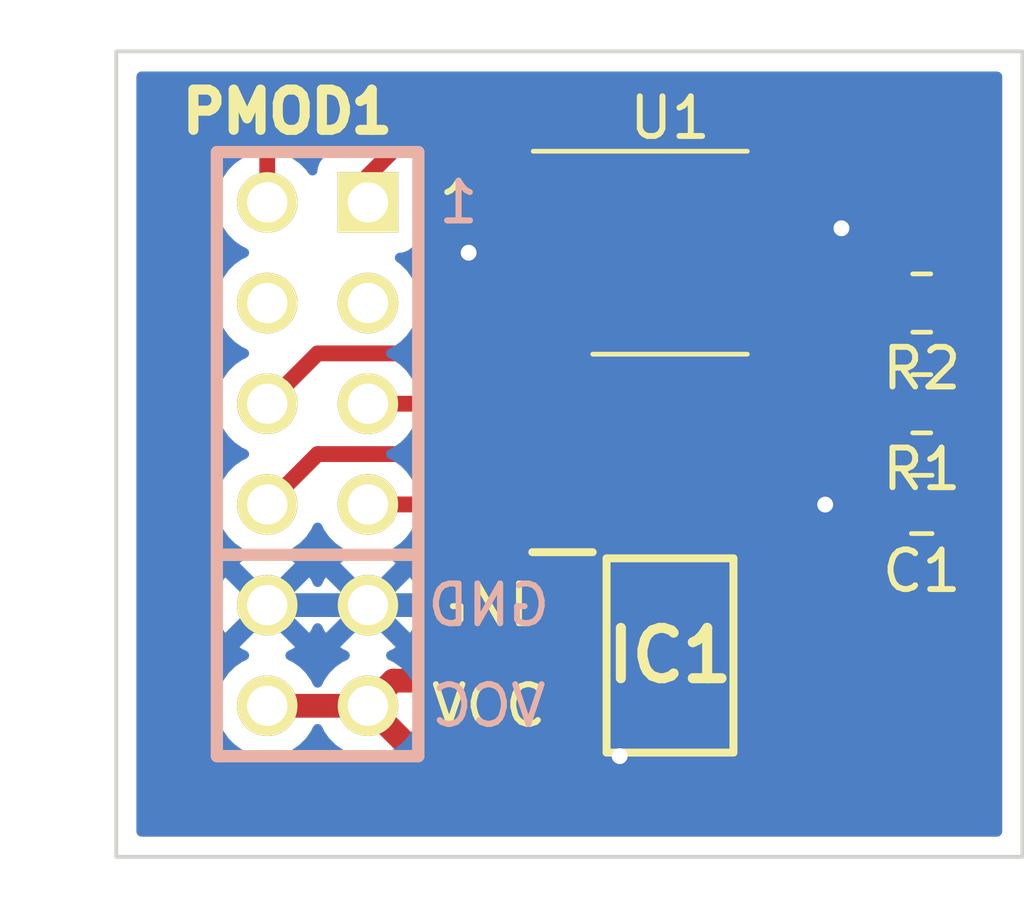
<source format=kicad_pcb>
(kicad_pcb (version 20211014) (generator pcbnew)
  (layers (0 "F.Cu" signal) (31 "B.Cu" signal) (34 "B.Paste" user) (35 "F.Paste" user) (36 "B.SilkS" user "B.Silkscreen") (37 "F.SilkS" user "F.Silkscreen") (38 "B.Mask" user) (39 "F.Mask" user) (44 "Edge.Cuts" user))
  (net 0 "")
  (net 4 "GND")
  (net 5 "+3V3")
  (net 6 "/~{CS}")
  (net 7 "/MISO")
  (net 8 "/MOSI")
  (net 9 "/SCLK")
  (net 10 "/SDA")
  (net 11 "/SCL")
  (footprint "pmod-conn_6x2:pmod_pin_array_6x2" (layer "F.Cu") (at 101.6 106.68)
    (fp_text reference "PMOD1" (at -0.762 -8.636) (layer "F.SilkS") (effects (font (size 1.016 1.016) (thickness 0.254))))
    (fp_text value "PMOD-Device-x2-Type-1A-GPIO" hide)
    (fp_text user "VCC" (at 4.318 6.35) (layer "B.SilkS") (effects (justify mirror)))
    (fp_text user "1" (at 3.556 -6.35) (layer "B.SilkS") (effects (justify mirror)))
    (fp_text user "GND" (at 4.318 3.81) (layer "B.SilkS") (effects (justify mirror)))
    (fp_text user "VCC" (at 4.318 6.35) (layer "F.SilkS"))
    (fp_text user "GND" (at 4.318 3.81) (layer "F.SilkS"))
    (fp_text user "1" (at 3.556 -6.35) (layer "F.SilkS"))
    (fp_line (start -2.54 -7.62) (end -2.54 7.62) (layer "B.SilkS") (width 0.3048))
    (fp_line (start 2.54 2.54) (end -2.54 2.54) (layer "B.SilkS") (width 0.3048))
    (fp_line (start 2.54 -7.62) (end -2.54 -7.62) (layer "B.SilkS") (width 0.3048))
    (fp_line (start -2.54 7.62) (end 2.54 7.62) (layer "B.SilkS") (width 0.3048))
    (fp_line (start 2.54 7.62) (end 2.54 -7.62) (layer "B.SilkS") (width 0.3048))
    (fp_line (start 2.54 7.62) (end 2.54 -7.62) (layer "F.SilkS") (width 0.3048))
    (fp_line (start -2.54 7.62) (end 2.54 7.62) (layer "F.SilkS") (width 0.3048))
    (fp_line (start -2.54 -7.62) (end -2.54 7.62) (layer "F.SilkS") (width 0.3048))
    (fp_line (start 2.54 2.54) (end -2.54 2.54) (layer "F.SilkS") (width 0.3048))
    (fp_line (start 2.54 -7.62) (end -2.54 -7.62) (layer "F.SilkS") (width 0.3048))
    (pad "1" thru_hole rect locked (at 1.27 -6.35) (size 1.524 1.524) (drill 1.016) (layers *.Cu *.Mask "F.SilkS") (net 10 "/SDA"))
    (pad "2" thru_hole circle locked (at 1.27 -3.81 270) (size 1.524 1.524) (drill 1.016) (layers *.Cu *.Mask "F.SilkS"))
    (pad "3" thru_hole circle locked (at 1.27 -1.27 270) (size 1.524 1.524) (drill 1.016) (layers *.Cu *.Mask "F.SilkS") (net 8 "/MOSI"))
    (pad "4" thru_hole circle locked (at 1.27 1.27 270) (size 1.524 1.524) (drill 1.016) (layers *.Cu *.Mask "F.SilkS") (net 7 "/MISO"))
    (pad "5" thru_hole circle locked (at 1.27 3.81 270) (size 1.524 1.524) (drill 1.016) (layers *.Cu *.Mask "F.SilkS") (net 4 "GND"))
    (pad "6" thru_hole circle locked (at 1.27 6.35 270) (size 1.524 1.524) (drill 1.016) (layers *.Cu *.Mask "F.SilkS") (net 5 "+3V3"))
    (pad "7" thru_hole circle locked (at -1.27 -6.35 270) (size 1.524 1.524) (drill 1.016) (layers *.Cu *.Mask "F.SilkS") (net 11 "/SCL"))
    (pad "8" thru_hole circle locked (at -1.27 -3.81 270) (size 1.524 1.524) (drill 1.016) (layers *.Cu *.Mask "F.SilkS"))
    (pad "9" thru_hole circle locked (at -1.27 -1.27 270) (size 1.524 1.524) (drill 1.016) (layers *.Cu *.Mask "F.SilkS") (net 9 "/SCLK"))
    (pad "10" thru_hole circle locked (at -1.27 1.27 270) (size 1.524 1.524) (drill 1.016) (layers *.Cu *.Mask "F.SilkS") (net 6 "/~{CS}"))
    (pad "11" thru_hole circle locked (at -1.27 3.81 270) (size 1.524 1.524) (drill 1.016) (layers *.Cu *.Mask "F.SilkS") (net 4 "GND"))
    (pad "12" thru_hole circle locked (at -1.27 6.35 270) (size 1.524 1.524) (drill 1.016) (layers *.Cu *.Mask "F.SilkS") (net 5 "+3V3"))
  )
  (footprint "Resistor_SMD:R_0805_2012Metric" (layer "F.Cu") (at 116.84 102.87 180)
    (fp_text reference "R2" (at 0 -1.65) (layer "F.SilkS"))
    (fp_text value "1K")
    (fp_line (start -0.227064 -0.735) (end 0.227064 -0.735) (layer "F.SilkS") (width 0.12))
    (fp_line (start -0.227064 0.735) (end 0.227064 0.735) (layer "F.SilkS") (width 0.12))
    (pad "1" smd roundrect (at -0.9125 0 180) (size 1.025 1.4) (layers "F.Cu" "F.Paste" "F.Mask") (roundrect_rratio 0.243902439) (net 5 "+3V3"))
    (pad "2" smd roundrect (at 0.9125 0 180) (size 1.025 1.4) (layers "F.Cu" "F.Paste" "F.Mask") (roundrect_rratio 0.243902439) (net 11 "/SCL"))
  )
  (footprint "Capacitor_SMD:C_0805_2012Metric" (layer "F.Cu") (at 116.84 107.95 180)
    (fp_text reference "C1" (at 0 -1.68) (layer "F.SilkS"))
    (fp_text value "C")
    (fp_line (start -0.261252 -0.735) (end 0.261252 -0.735) (layer "F.SilkS") (width 0.12))
    (fp_line (start -0.261252 0.735) (end 0.261252 0.735) (layer "F.SilkS") (width 0.12))
    (pad "1" smd roundrect (at -0.95 0 180) (size 1 1.45) (layers "F.Cu" "F.Paste" "F.Mask") (net 5 "+3V3"))
    (pad "2" smd roundrect (at 0.95 0 180) (size 1 1.45) (layers "F.Cu" "F.Paste" "F.Mask") (net 4 "GND"))
  )
  (footprint "Resistor_SMD:R_0805_2012Metric" (layer "F.Cu") (at 116.84 105.41 180)
    (fp_text reference "R1" (at 0 -1.65) (layer "F.SilkS"))
    (fp_text value "1K")
    (fp_line (start -0.227064 -0.735) (end 0.227064 -0.735) (layer "F.SilkS") (width 0.12))
    (fp_line (start -0.227064 0.735) (end 0.227064 0.735) (layer "F.SilkS") (width 0.12))
    (pad "1" smd roundrect (at -0.9125 0 180) (size 1.025 1.4) (layers "F.Cu" "F.Paste" "F.Mask") (roundrect_rratio 0.243902439) (net 5 "+3V3"))
    (pad "2" smd roundrect (at 0.9125 0 180) (size 1.025 1.4) (layers "F.Cu" "F.Paste" "F.Mask") (roundrect_rratio 0.243902439) (net 10 "/SDA"))
  )
  (footprint "Package_SO:SOIC-8_3.9x4.9mm_P1.27mm" (layer "F.Cu") (at 110.49 101.6)
    (fp_text reference "U1" (at 0 -3.4) (layer "F.SilkS"))
    (fp_text value "CAT24M01W")
    (fp_line (start 0 -2.56) (end 1.95 -2.56) (layer "F.SilkS") (width 0.12))
    (fp_line (start 0 -2.56) (end -3.45 -2.56) (layer "F.SilkS") (width 0.12))
    (fp_line (start 0 2.56) (end -1.95 2.56) (layer "F.SilkS") (width 0.12))
    (fp_line (start 0 2.56) (end 1.95 2.56) (layer "F.SilkS") (width 0.12))
    (pad "1" smd roundrect (at -2.475 -1.905) (size 1.95 0.6) (layers "F.Cu" "F.Paste" "F.Mask"))
    (pad "2" smd roundrect (at -2.475 -0.635) (size 1.95 0.6) (layers "F.Cu" "F.Paste" "F.Mask") (net 4 "GND"))
    (pad "3" smd roundrect (at -2.475 0.635) (size 1.95 0.6) (layers "F.Cu" "F.Paste" "F.Mask") (net 5 "+3V3"))
    (pad "4" smd roundrect (at -2.475 1.905) (size 1.95 0.6) (layers "F.Cu" "F.Paste" "F.Mask") (net 4 "GND"))
    (pad "5" smd roundrect (at 2.475 1.905) (size 1.95 0.6) (layers "F.Cu" "F.Paste" "F.Mask") (net 10 "/SDA"))
    (pad "6" smd roundrect (at 2.475 0.635) (size 1.95 0.6) (layers "F.Cu" "F.Paste" "F.Mask") (net 11 "/SCL"))
    (pad "7" smd roundrect (at 2.475 -0.635) (size 1.95 0.6) (layers "F.Cu" "F.Paste" "F.Mask") (net 4 "GND"))
    (pad "8" smd roundrect (at 2.475 -1.905) (size 1.95 0.6) (layers "F.Cu" "F.Paste" "F.Mask") (net 5 "+3V3"))
  )
  (footprint "SamacSys_Parts:SOIC127P600X175-8N" (layer "F.Cu") (at 110.49 111.76)
    (fp_text reference "IC1" (at 0 0) (layer "F.SilkS") (effects (font (size 1.27 1.27) (thickness 0.254))))
    (fp_text value "W25Q16JVSNIQ" hide)
    (fp_line (start 1.6 -2.45) (end 1.6 2.45) (layer "F.SilkS") (width 0.2))
    (fp_line (start 1.6 2.45) (end -1.6 2.45) (layer "F.SilkS") (width 0.2))
    (fp_line (start -3.475 -2.605) (end -1.95 -2.605) (layer "F.SilkS") (width 0.2))
    (fp_line (start -1.6 2.45) (end -1.6 -2.45) (layer "F.SilkS") (width 0.2))
    (fp_line (start -1.6 -2.45) (end 1.6 -2.45) (layer "F.SilkS") (width 0.2))
    (pad "1" smd rect locked (at -2.712 -1.905 90) (size 0.7 1.525) (layers "F.Cu" "F.Paste" "F.Mask") (net 6 "/~{CS}"))
    (pad "2" smd rect locked (at -2.712 -0.635 90) (size 0.7 1.525) (layers "F.Cu" "F.Paste" "F.Mask") (net 7 "/MISO"))
    (pad "3" smd rect locked (at -2.712 0.635 90) (size 0.7 1.525) (layers "F.Cu" "F.Paste" "F.Mask") (net 5 "+3V3"))
    (pad "4" smd rect locked (at -2.712 1.905 90) (size 0.7 1.525) (layers "F.Cu" "F.Paste" "F.Mask") (net 4 "GND"))
    (pad "5" smd rect locked (at 2.712 1.905 90) (size 0.7 1.525) (layers "F.Cu" "F.Paste" "F.Mask") (net 8 "/MOSI"))
    (pad "6" smd rect locked (at 2.712 0.635 90) (size 0.7 1.525) (layers "F.Cu" "F.Paste" "F.Mask") (net 9 "/SCLK"))
    (pad "7" smd rect locked (at 2.712 -0.635 90) (size 0.7 1.525) (layers "F.Cu" "F.Paste" "F.Mask") (net 5 "+3V3"))
    (pad "8" smd rect locked (at 2.712 -1.905 90) (size 0.7 1.525) (layers "F.Cu" "F.Paste" "F.Mask") (net 5 "+3V3"))
  )
  (gr_rect (start 96.52 96.52) (end 119.38 116.84) (layer "Edge.Cuts") (width 0.1) (fill none))
  (segment (start 107.778 113.665) (end 108.585 113.665) (width 0.6) (layer "F.Cu") (net 4))
  (segment (start 106.045 100.965) (end 108.015 100.965) (width 0.4) (layer "F.Cu") (net 4))
  (segment (start 114.795685 100.965) (end 112.965 100.965) (width 0.6) (layer "F.Cu") (net 4))
  (segment (start 105.41 102.87) (end 106.045 103.505) (width 0.4) (layer "F.Cu") (net 4))
  (segment (start 105.41 101.6) (end 106.045 100.965) (width 0.4) (layer "F.Cu") (net 4))
  (segment (start 108.585 113.665) (end 109.22 114.3) (width 0.6) (layer "F.Cu") (net 4))
  (segment (start 106.045 103.505) (end 108.015 103.505) (width 0.4) (layer "F.Cu") (net 4))
  (segment (start 114.814398 100.983713) (end 114.795685 100.965) (width 0.6) (layer "F.Cu") (net 4))
  (segment (start 115.89 107.95) (end 114.408616 107.95) (width 0.6) (layer "F.Cu") (net 4))
  (segment (start 105.41 101.6) (end 105.41 102.87) (width 0.4) (layer "F.Cu") (net 4))
  (segment (start 114.408616 107.95) (end 114.404366 107.95425) (width 0.6) (layer "F.Cu") (net 4))
  (via (at 109.22 114.3) (size 0.8) (drill 0.4) (layers "F.Cu" "B.Cu") (net 4))
  (via (at 105.41 101.6) (size 0.8) (drill 0.4) (layers "F.Cu" "B.Cu") (net 4))
  (via (at 114.814398 100.983713) (size 0.8) (drill 0.4) (layers "F.Cu" "B.Cu") (net 4))
  (via (at 114.404366 107.95425) (size 0.8) (drill 0.4) (layers "F.Cu" "B.Cu") (net 4))
  (segment (start 100.33 110.49) (end 102.87 110.49) (width 0.6) (layer "B.Cu") (net 4))
  (segment (start 109.836287 100.983713) (end 105.41 105.41) (width 0.6) (layer "B.Cu") (net 4))
  (segment (start 102.87 110.49) (end 105.41 110.49) (width 0.6) (layer "B.Cu") (net 4))
  (segment (start 114.814398 100.983713) (end 109.836287 100.983713) (width 0.6) (layer "B.Cu") (net 4))
  (segment (start 105.41 105.41) (end 105.41 101.6) (width 0.6) (layer "B.Cu") (net 4))
  (segment (start 110.48575 107.95425) (end 106.68 111.76) (width 0.6) (layer "B.Cu") (net 4))
  (segment (start 114.404366 107.95425) (end 110.48575 107.95425) (width 0.6) (layer "B.Cu") (net 4))
  (segment (start 105.41 110.49) (end 105.41 105.41) (width 0.6) (layer "B.Cu") (net 4))
  (segment (start 105.41 110.49) (end 106.68 111.76) (width 0.6) (layer "B.Cu") (net 4))
  (segment (start 106.68 111.76) (end 109.22 114.3) (width 0.6) (layer "B.Cu") (net 4))
  (segment (start 117.475 111.125) (end 113.202 111.125) (width 0.6) (layer "F.Cu") (net 5))
  (segment (start 115.57 115.57) (end 117.7525 113.3875) (width 0.6) (layer "F.Cu") (net 5))
  (segment (start 102.87 113.03) (end 105.41 115.57) (width 0.6) (layer "F.Cu") (net 5))
  (segment (start 116.698972 99.695) (end 117.738101 100.734129) (width 0.6) (layer "F.Cu") (net 5))
  (segment (start 117.7525 107.9875) (end 117.79 107.95) (width 0.6) (layer "F.Cu") (net 5))
  (segment (start 105.41 115.57) (end 115.57 115.57) (width 0.6) (layer "F.Cu") (net 5))
  (segment (start 103.505 112.395) (end 107.778 112.395) (width 0.6) (layer "F.Cu") (net 5))
  (segment (start 113.217601 106.106096) (end 113.217601 109.839399) (width 0.4) (layer "F.Cu") (net 5))
  (segment (start 109.346505 102.235) (end 113.217601 106.106096) (width 0.4) (layer "F.Cu") (net 5))
  (segment (start 117.7525 110.8475) (end 117.7525 107.9875) (width 0.6) (layer "F.Cu") (net 5))
  (segment (start 117.7525 105.41) (end 117.7525 102.87) (width 0.6) (layer "F.Cu") (net 5))
  (segment (start 113.217601 109.839399) (end 113.202 109.855) (width 0.4) (layer "F.Cu") (net 5))
  (segment (start 113.202 111.125) (end 113.202 109.855) (width 0.6) (layer "F.Cu") (net 5))
  (segment (start 108.015 102.235) (end 109.346505 102.235) (width 0.4) (layer "F.Cu") (net 5))
  (segment (start 117.7525 113.3875) (end 117.7525 110.8475) (width 0.6) (layer "F.Cu") (net 5))
  (segment (start 117.738101 102.855601) (end 117.7525 102.87) (width 0.6) (layer "F.Cu") (net 5))
  (segment (start 102.87 113.03) (end 103.505 112.395) (width 0.6) (layer "F.Cu") (net 5))
  (segment (start 117.738101 100.734129) (end 117.738101 102.855601) (width 0.6) (layer "F.Cu") (net 5))
  (segment (start 117.79 107.95) (end 117.79 105.4475) (width 0.6) (layer "F.Cu") (net 5))
  (segment (start 117.79 105.4475) (end 117.7525 105.41) (width 0.6) (layer "F.Cu") (net 5))
  (segment (start 112.965 99.695) (end 116.698972 99.695) (width 0.6) (layer "F.Cu") (net 5))
  (segment (start 100.33 113.03) (end 102.87 113.03) (width 0.6) (layer "F.Cu") (net 5))
  (segment (start 117.7525 110.8475) (end 117.475 111.125) (width 0.6) (layer "F.Cu") (net 5))
  (segment (start 107.778 109.855) (end 107.315 109.855) (width 0.4) (layer "F.Cu") (net 6))
  (segment (start 107.315 109.855) (end 104.14 106.68) (width 0.4) (layer "F.Cu") (net 6))
  (segment (start 104.14 106.68) (end 101.6 106.68) (width 0.4) (layer "F.Cu") (net 6))
  (segment (start 101.6 106.68) (end 100.33 107.95) (width 0.4) (layer "F.Cu") (net 6))
  (segment (start 106.045 111.125) (end 105.41 110.49) (width 0.4) (layer "F.Cu") (net 7))
  (segment (start 102.87 107.95) (end 104.14 107.95) (width 0.4) (layer "F.Cu") (net 7))
  (segment (start 105.41 110.49) (end 105.41 109.22) (width 0.4) (layer "F.Cu") (net 7))
  (segment (start 107.778 111.125) (end 106.045 111.125) (width 0.4) (layer "F.Cu") (net 7))
  (segment (start 104.14 107.95) (end 105.41 109.22) (width 0.4) (layer "F.Cu") (net 7))
  (segment (start 111.116874 113.665) (end 113.202 113.665) (width 0.4) (layer "F.Cu") (net 8))
  (segment (start 108.246591 107.300536) (end 109.227102 108.281047) (width 0.4) (layer "F.Cu") (net 8))
  (segment (start 109.227102 108.281047) (end 109.227102 111.775228) (width 0.4) (layer "F.Cu") (net 8))
  (segment (start 102.87 105.41) (end 104.341553 105.41) (width 0.4) (layer "F.Cu") (net 8))
  (segment (start 104.341553 105.41) (end 106.232089 107.300536) (width 0.4) (layer "F.Cu") (net 8))
  (segment (start 106.232089 107.300536) (end 108.246591 107.300536) (width 0.4) (layer "F.Cu") (net 8))
  (segment (start 109.227102 111.775228) (end 111.116874 113.665) (width 0.4) (layer "F.Cu") (net 8))
  (segment (start 104.35513 104.14) (end 106.606466 106.391336) (width 0.4) (layer "F.Cu") (net 9))
  (segment (start 100.33 105.41) (end 101.6 104.14) (width 0.4) (layer "F.Cu") (net 9))
  (segment (start 111.433517 112.395) (end 110.064993 111.026476) (width 0.4) (layer "F.Cu") (net 9))
  (segment (start 110.064993 107.960152) (end 110.064993 111.026476) (width 0.4) (layer "F.Cu") (net 9))
  (segment (start 113.202 112.395) (end 111.433517 112.395) (width 0.4) (layer "F.Cu") (net 9))
  (segment (start 106.606466 106.391336) (end 108.496177 106.391336) (width 0.4) (layer "F.Cu") (net 9))
  (segment (start 101.6 104.14) (end 104.35513 104.14) (width 0.4) (layer "F.Cu") (net 9))
  (segment (start 108.496177 106.391336) (end 110.064993 107.960152) (width 0.4) (layer "F.Cu") (net 9))
  (segment (start 110.49 99.131943) (end 109.747577 98.38952) (width 0.4) (layer "F.Cu") (net 10))
  (segment (start 112.965 103.505) (end 114.0225 103.505) (width 0.4) (layer "F.Cu") (net 10))
  (segment (start 110.49 101.512138) (end 110.49 99.131943) (width 0.4) (layer "F.Cu") (net 10))
  (segment (start 104.14 98.38952) (end 102.87 99.65952) (width 0.4) (layer "F.Cu") (net 10))
  (segment (start 112.482862 103.505) (end 110.49 101.512138) (width 0.4) (layer "F.Cu") (net 10))
  (segment (start 109.747577 98.38952) (end 104.14 98.38952) (width 0.4) (layer "F.Cu") (net 10))
  (segment (start 114.0225 103.505) (end 115.9275 105.41) (width 0.4) (layer "F.Cu") (net 10))
  (segment (start 102.87 99.65952) (end 102.87 100.33) (width 0.4) (layer "F.Cu") (net 10))
  (segment (start 112.965 103.505) (end 112.482862 103.505) (width 0.4) (layer "F.Cu") (net 10))
  (segment (start 112.965 103.505) (end 112.341441 103.505) (width 0.6) (layer "F.Cu") (net 10))
  (segment (start 111.193771 101.033771) (end 112.395 102.235) (width 0.4) (layer "F.Cu") (net 11))
  (segment (start 112.965 102.235) (end 112.341441 102.235) (width 0.6) (layer "F.Cu") (net 11))
  (segment (start 111.193771 98.987864) (end 111.193771 101.033771) (width 0.4) (layer "F.Cu") (net 11))
  (segment (start 100.33 99.06) (end 101.6 97.79) (width 0.4) (layer "F.Cu") (net 11))
  (segment (start 109.995907 97.79) (end 111.193771 98.987864) (width 0.4) (layer "F.Cu") (net 11))
  (segment (start 115.2925 102.235) (end 112.965 102.235) (width 0.4) (layer "F.Cu") (net 11))
  (segment (start 112.395 102.235) (end 112.965 102.235) (width 0.4) (layer "F.Cu") (net 11))
  (segment (start 115.2925 102.235) (end 115.9275 102.87) (width 0.4) (layer "F.Cu") (net 11))
  (segment (start 101.6 97.79) (end 109.995907 97.79) (width 0.4) (layer "F.Cu") (net 11))
  (segment (start 100.33 100.33) (end 100.33 99.06) (width 0.4) (layer "F.Cu") (net 11))
  (zone (net 4) (net_name "GND") (layer "B.Cu") (connect_pads (clearance 0.508)) (min_thickness 0.254) (fill yes (thermal_gap 0.508) (thermal_bridge_width 0.508))
    (polygon (pts (xy 119.001267 116.387534) (xy 96.974934 116.387534) (xy 96.974934 96.892733) (xy 119.001267 96.892733)))
  )
)
</source>
